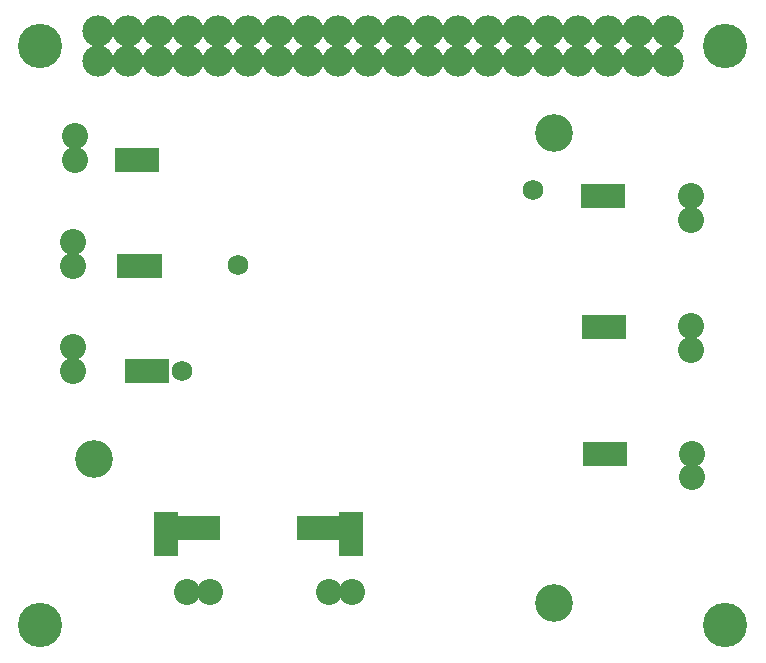
<source format=gbr>
G04 EAGLE Gerber RS-274X export*
G75*
%MOMM*%
%FSLAX34Y34*%
%LPD*%
%INSoldermask Top*%
%IPPOS*%
%AMOC8*
5,1,8,0,0,1.08239X$1,22.5*%
G01*
%ADD10C,3.750000*%
%ADD11C,3.200000*%
%ADD12C,2.650000*%
%ADD13R,2.000000X2.100000*%
%ADD14R,2.100000X2.000000*%
%ADD15C,2.208000*%
%ADD16C,1.756400*%


D10*
X35000Y35000D03*
X35000Y525000D03*
X615000Y525000D03*
X615000Y35000D03*
D11*
X80000Y175900D03*
X470000Y53500D03*
X470000Y451500D03*
D12*
X109100Y537700D03*
X83700Y512300D03*
X83700Y537700D03*
X109100Y512300D03*
X134500Y512300D03*
X134500Y537700D03*
X159900Y512300D03*
X159900Y537700D03*
X185300Y512300D03*
X185300Y537700D03*
X210700Y512300D03*
X210700Y537700D03*
X236100Y512300D03*
X236100Y537700D03*
X261500Y512300D03*
X261500Y537700D03*
X286900Y512300D03*
X286900Y537700D03*
X312300Y512300D03*
X312300Y537700D03*
X337700Y512300D03*
X337700Y537700D03*
X363100Y512300D03*
X363100Y537700D03*
X388500Y512300D03*
X388500Y537700D03*
X413900Y512300D03*
X413900Y537700D03*
X439300Y512300D03*
X439300Y537700D03*
X464700Y512300D03*
X464700Y537700D03*
X490100Y512300D03*
X490100Y537700D03*
X515500Y512300D03*
X515500Y537700D03*
X540900Y512300D03*
X540900Y537700D03*
X566300Y512300D03*
X566300Y537700D03*
D13*
X519600Y398400D03*
X502600Y398400D03*
X520600Y287500D03*
X503600Y287500D03*
X521600Y179600D03*
X504600Y179600D03*
X116400Y250300D03*
X133400Y250300D03*
X110400Y339200D03*
X127400Y339200D03*
X108400Y429100D03*
X125400Y429100D03*
X262400Y117000D03*
X279400Y117000D03*
X176600Y117100D03*
X159600Y117100D03*
D14*
X297800Y120600D03*
X297800Y103600D03*
X141700Y120600D03*
X141700Y103600D03*
D15*
X179000Y63000D03*
X159000Y63000D03*
X299000Y63000D03*
X279000Y63000D03*
X586000Y398000D03*
X586000Y378000D03*
X586000Y288000D03*
X586000Y268000D03*
X587000Y180000D03*
X587000Y160000D03*
X63000Y250000D03*
X63000Y270000D03*
X63000Y339000D03*
X63000Y359000D03*
X64000Y429000D03*
X64000Y449000D03*
D16*
X155000Y250000D03*
X452000Y403000D03*
X202000Y340000D03*
M02*

</source>
